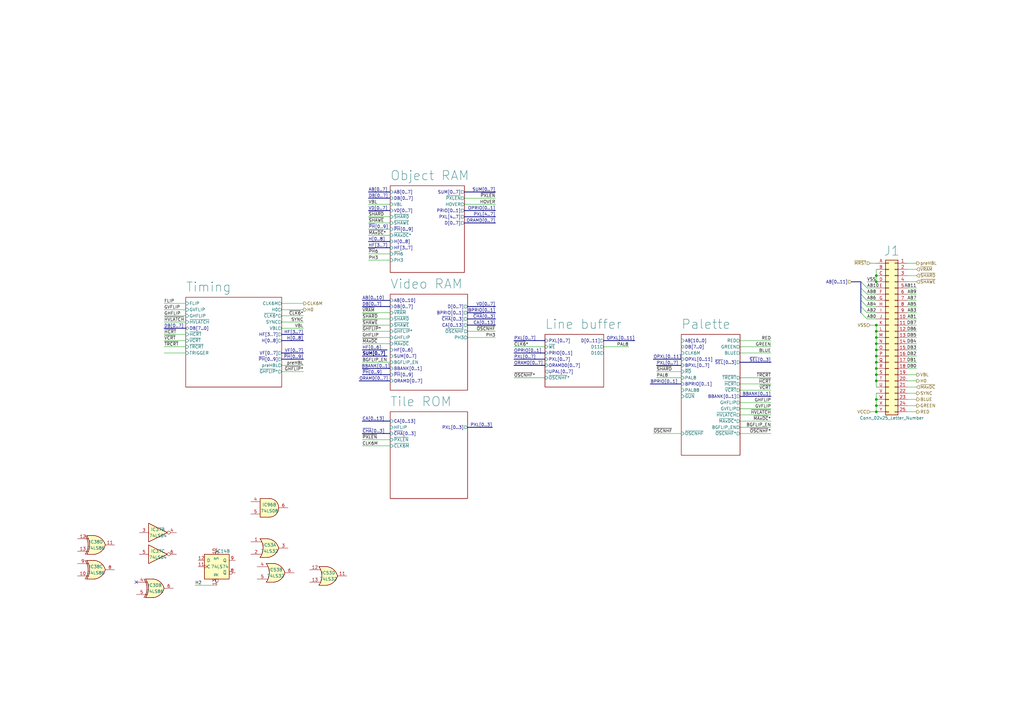
<source format=kicad_sch>
(kicad_sch (version 20231120) (generator "eeschema") (generator_version "8.0")
  (paper "A3")
  (title_block (title "The Fairyland Story") (date "2024-11-16") (company "JOTEGO") (comment 1 "www.patreon.com/jotego") (comment 2 "José Tejada"))
  (lib_symbols
    (symbol "arcade:Conn_02x25_Letter_Number" (pin_names (offset 1.016) hide)
      (property "Reference" "J" (at 1.27 33.02 0))
      (property "Value" "Conn_02x25_Letter_Number" (at 1.27 -33.02 0))
      (symbol "Conn_02x25_Letter_Number_1_1"
        (pin passive line (at -5.08 30.48 0) (length 3.81) (name "Pin_1") (number "1"))
        (pin passive line (at -5.08 7.62 0) (length 3.81) (name "Pin_10") (number "10"))
        (pin passive line (at -5.08 5.08 0) (length 3.81) (name "Pin_11") (number "11"))
        (pin passive line (at -5.08 2.54 0) (length 3.81) (name "Pin_12") (number "12"))
        (pin passive line (at -5.08 0 0) (length 3.81) (name "Pin_13") (number "13"))
        (pin passive line (at -5.08 -2.54 0) (length 3.81) (name "Pin_14") (number "14"))
        (pin passive line (at -5.08 -5.08 0) (length 3.81) (name "Pin_15") (number "15"))
        (pin passive line (at -5.08 -7.62 0) (length 3.81) (name "Pin_16") (number "16"))
        (pin passive line (at -5.08 -10.16 0) (length 3.81) (name "Pin_17") (number "17"))
        (pin passive line (at -5.08 -12.7 0) (length 3.81) (name "Pin_18") (number "18"))
        (pin passive line (at -5.08 -15.24 0) (length 3.81) (name "Pin_19") (number "19"))
        (pin passive line (at -5.08 27.94 0) (length 3.81) (name "Pin_2") (number "2"))
        (pin passive line (at -5.08 -17.78 0) (length 3.81) (name "Pin_20") (number "20"))
        (pin passive line (at -5.08 -20.32 0) (length 3.81) (name "Pin_21") (number "21"))
        (pin passive line (at -5.08 -22.86 0) (length 3.81) (name "Pin_22") (number "22"))
        (pin passive line (at -5.08 -25.4 0) (length 3.81) (name "Pin_23") (number "23"))
        (pin passive line (at -5.08 -27.94 0) (length 3.81) (name "Pin_24") (number "24"))
        (pin passive line (at -5.08 -30.48 0) (length 3.81) (name "Pin_25") (number "25"))
        (pin passive line (at -5.08 25.4 0) (length 3.81) (name "Pin_3") (number "3"))
        (pin passive line (at -5.08 22.86 0) (length 3.81) (name "Pin_4") (number "4"))
        (pin passive line (at -5.08 20.32 0) (length 3.81) (name "Pin_5") (number "5"))
        (pin passive line (at -5.08 17.78 0) (length 3.81) (name "Pin_6") (number "6"))
        (pin passive line (at -5.08 15.24 0) (length 3.81) (name "Pin_7") (number "7"))
        (pin passive line (at -5.08 12.7 0) (length 3.81) (name "Pin_8") (number "8"))
        (pin passive line (at -5.08 10.16 0) (length 3.81) (name "Pin_9") (number "9"))
        (pin passive line (at 7.62 30.48 180) (length 3.81) (name "Pin_50") (number "A"))
        (pin passive line (at 7.62 27.94 180) (length 3.81) (name "Pin_49") (number "B"))
        (pin passive line (at 7.62 25.4 180) (length 3.81) (name "Pin_48") (number "C"))
        (pin passive line (at 7.62 22.86 180) (length 3.81) (name "Pin_47") (number "D"))
        (pin passive line (at 7.62 20.32 180) (length 3.81) (name "Pin_46") (number "E"))
        (pin passive line (at 7.62 17.78 180) (length 3.81) (name "Pin_45") (number "F"))
        (pin passive line (at 7.62 15.24 180) (length 3.81) (name "Pin_44") (number "G"))
        (pin passive line (at 7.62 12.7 180) (length 3.81) (name "Pin_43") (number "H"))
        (pin passive line (at 7.62 10.16 180) (length 3.81) (name "Pin_42") (number "I"))
        (pin passive line (at 7.62 7.62 180) (length 3.81) (name "Pin_41") (number "J"))
        (pin passive line (at 7.62 5.08 180) (length 3.81) (name "Pin_40") (number "K"))
        (pin passive line (at 7.62 2.54 180) (length 3.81) (name "Pin_39") (number "L"))
        (pin passive line (at 7.62 0 180) (length 3.81) (name "Pin_M") (number "M"))
        (pin passive line (at 7.62 -2.54 180) (length 3.81) (name "Pin_N") (number "N"))
        (pin passive line (at 7.62 -5.08 180) (length 3.81) (name "Pin_O") (number "O"))
        (pin passive line (at 7.62 -7.62 180) (length 3.81) (name "Pin_P") (number "P"))
        (pin passive line (at 7.62 -10.16 180) (length 3.81) (name "Pin_Q") (number "Q"))
        (pin passive line (at 7.62 -12.7 180) (length 3.81) (name "Pin_R") (number "R"))
        (pin passive line (at 7.62 -15.24 180) (length 3.81) (name "Pin_S") (number "S"))
        (pin passive line (at 7.62 -17.78 180) (length 3.81) (name "Pin_T") (number "T"))
        (pin passive line (at 7.62 -20.32 180) (length 3.81) (name "Pin_U") (number "U"))
        (pin passive line (at 7.62 -22.86 180) (length 3.81) (name "Pin_V") (number "V"))
        (pin passive line (at 7.62 -25.4 180) (length 3.81) (name "Pin_W") (number "W"))
        (pin passive line (at 7.62 -27.94 180) (length 3.81) (name "Pin_X") (number "X"))
        (pin passive line (at 7.62 -30.48 180) (length 3.81) (name "Pin_Y") (number "Y"))
      )
    )
    (symbol "jt74:74LS04" (pin_names (offset 1.016))
      (property "Reference" "U" (at -0.635 0 0))
      (property "Value" "74LS04" (at 0 -5.08 0))
      (symbol "74LS04_1_0"
        (pin input line (at -7.62 0 0) (length 3.81) (name "~") (number "1"))
        (pin output inverted (at 7.62 0 180) (length 3.81) (name "~") (number "2"))
      )
      (symbol "74LS04_2_0"
        (pin input line (at -7.62 0 0) (length 3.81) (name "~") (number "3"))
        (pin output inverted (at 7.62 0 180) (length 3.81) (name "~") (number "4"))
      )
      (symbol "74LS04_3_0"
        (pin input line (at -7.62 0 0) (length 3.81) (name "~") (number "5"))
        (pin output inverted (at 7.62 0 180) (length 3.81) (name "~") (number "6"))
      )
      (symbol "74LS04_4_0"
        (pin output inverted (at 7.62 0 180) (length 3.81) (name "~") (number "8"))
        (pin input line (at -7.62 0 0) (length 3.81) (name "~") (number "9"))
      )
      (symbol "74LS04_5_0"
        (pin output inverted (at 7.62 0 180) (length 3.81) (name "~") (number "10"))
        (pin input line (at -7.62 0 0) (length 3.81) (name "~") (number "11"))
      )
      (symbol "74LS04_6_0"
        (pin output inverted (at 7.62 0 180) (length 3.81) (name "~") (number "12"))
        (pin input line (at -7.62 0 0) (length 3.81) (name "~") (number "13"))
      )
      (symbol "74LS04_7_0"
        (pin power_in line (at 0 7.62 270) (length 5.08) hide (name "VCC") (number "14"))
        (pin power_in line (at 0 -7.62 90) (length 5.08) hide (name "VSS") (number "7"))
      )
      (symbol "74LS04_7_1"
        (text "+" (at 0 6.35 0) (effects (font (size 1.27 1.27))))
      )
    )
    (symbol "jt74:74LS08" (pin_names (offset 1.016))
      (property "Reference" "U" (at 0 1.27 0))
      (property "Value" "74LS08" (at 0 -1.27 0))
      (symbol "74LS08_1_1"
        (pin input line (at -7.62 2.54 0) (length 3.81) (name "~") (number "1"))
        (pin input line (at -7.62 -2.54 0) (length 3.81) (name "~") (number "2"))
        (pin output line (at 7.62 0 180) (length 3.81) (name "~") (number "3"))
      )
      (symbol "74LS08_1_2"
        (pin input inverted (at -7.62 2.54 0) (length 4.318) (name "~") (number "1"))
        (pin input inverted (at -7.62 -2.54 0) (length 4.318) (name "~") (number "2"))
        (pin output inverted (at 7.62 0 180) (length 3.81) (name "~") (number "3"))
      )
      (symbol "74LS08_2_1"
        (pin input line (at -7.62 2.54 0) (length 3.81) (name "~") (number "4"))
        (pin input line (at -7.62 -2.54 0) (length 3.81) (name "~") (number "5"))
        (pin output line (at 7.62 0 180) (length 3.81) (name "~") (number "6"))
      )
      (symbol "74LS08_2_2"
        (pin input inverted (at -7.62 2.54 0) (length 4.318) (name "~") (number "4"))
        (pin input inverted (at -7.62 -2.54 0) (length 4.318) (name "~") (number "5"))
        (pin output inverted (at 7.62 0 180) (length 3.81) (name "~") (number "6"))
      )
      (symbol "74LS08_3_1"
        (pin input line (at -7.62 -2.54 0) (length 3.81) (name "~") (number "10"))
        (pin output line (at 7.62 0 180) (length 3.81) (name "~") (number "8"))
        (pin input line (at -7.62 2.54 0) (length 3.81) (name "~") (number "9"))
      )
      (symbol "74LS08_3_2"
        (pin input inverted (at -7.62 -2.54 0) (length 4.318) (name "~") (number "10"))
        (pin output inverted (at 7.62 0 180) (length 3.81) (name "~") (number "8"))
        (pin input inverted (at -7.62 2.54 0) (length 4.318) (name "~") (number "9"))
      )
      (symbol "74LS08_4_1"
        (pin output line (at 7.62 0 180) (length 3.81) (name "~") (number "11"))
        (pin input line (at -7.62 2.54 0) (length 3.81) (name "~") (number "12"))
        (pin input line (at -7.62 -2.54 0) (length 3.81) (name "~") (number "13"))
      )
      (symbol "74LS08_4_2"
        (pin output inverted (at 7.62 0 180) (length 3.81) (name "~") (number "11"))
        (pin input inverted (at -7.62 2.54 0) (length 4.318) (name "~") (number "12"))
        (pin input inverted (at -7.62 -2.54 0) (length 4.318) (name "~") (number "13"))
      )
      (symbol "74LS08_5_0"
        (pin power_in line (at 0 7.62 270) (length 5.08) hide (name "VCC") (number "14"))
        (pin power_in line (at 0 -7.62 90) (length 5.08) hide (name "VSS") (number "7"))
      )
      (symbol "74LS08_5_1"
        (text "+" (at 0 6.35 0) (effects (font (size 1.27 1.27))))
      )
    )
    (symbol "jt74:74LS32" (pin_names (offset 1.016))
      (property "Reference" "U" (at 0 1.27 0))
      (property "Value" "74LS32" (at 0 -1.27 0))
      (symbol "74LS32_1_1"
        (pin input line (at -7.62 2.54 0) (length 4.318) (name "~") (number "1"))
        (pin input line (at -7.62 -2.54 0) (length 4.318) (name "~") (number "2"))
        (pin output line (at 7.62 0 180) (length 3.81) (name "~") (number "3"))
      )
      (symbol "74LS32_1_2"
        (pin input inverted (at -7.62 2.54 0) (length 3.81) (name "~") (number "1"))
        (pin input inverted (at -7.62 -2.54 0) (length 3.81) (name "~") (number "2"))
        (pin output inverted (at 7.62 0 180) (length 3.81) (name "~") (number "3"))
      )
      (symbol "74LS32_2_1"
        (pin input line (at -7.62 2.54 0) (length 4.318) (name "~") (number "4"))
        (pin input line (at -7.62 -2.54 0) (length 4.318) (name "~") (number "5"))
        (pin output line (at 7.62 0 180) (length 3.81) (name "~") (number "6"))
      )
      (symbol "74LS32_2_2"
        (pin input inverted (at -7.62 2.54 0) (length 3.81) (name "~") (number "4"))
        (pin input inverted (at -7.62 -2.54 0) (length 3.81) (name "~") (number "5"))
        (pin output inverted (at 7.62 0 180) (length 3.81) (name "~") (number "6"))
      )
      (symbol "74LS32_3_1"
        (pin input line (at -7.62 -2.54 0) (length 4.318) (name "~") (number "10"))
        (pin output line (at 7.62 0 180) (length 3.81) (name "~") (number "8"))
        (pin input line (at -7.62 2.54 0) (length 4.318) (name "~") (number "9"))
      )
      (symbol "74LS32_3_2"
        (pin input inverted (at -7.62 -2.54 0) (length 3.81) (name "~") (number "10"))
        (pin output inverted (at 7.62 0 180) (length 3.81) (name "~") (number "8"))
        (pin input inverted (at -7.62 2.54 0) (length 3.81) (name "~") (number "9"))
      )
      (symbol "74LS32_4_1"
        (pin output line (at 7.62 0 180) (length 3.81) (name "~") (number "11"))
        (pin input line (at -7.62 2.54 0) (length 4.318) (name "~") (number "12"))
        (pin input line (at -7.62 -2.54 0) (length 4.318) (name "~") (number "13"))
      )
      (symbol "74LS32_4_2"
        (pin output inverted (at 7.62 0 180) (length 3.81) (name "~") (number "11"))
        (pin input inverted (at -7.62 2.54 0) (length 3.81) (name "~") (number "12"))
        (pin input inverted (at -7.62 -2.54 0) (length 3.81) (name "~") (number "13"))
      )
      (symbol "74LS32_5_0"
        (pin power_in line (at 0 7.62 270) (length 5.08) hide (name "VCC") (number "14"))
        (pin power_in line (at 0 -7.62 90) (length 5.08) hide (name "VSS") (number "7"))
      )
      (symbol "74LS32_5_1"
        (text "+" (at 0 6.35 0) (effects (font (size 1.27 1.27))))
      )
    )
    (symbol "jt74:74LS74" (pin_names (offset 1.016))
      (property "Reference" "U" (at 0 1.27 0))
      (property "Value" "74LS74" (at 0 -1.27 0))
      (symbol "74LS74_0_1"
        (text "+" (at 0 6.35 0) (effects (font (size 1.27 1.27))))
      )
      (symbol "74LS74_1_0"
        (pin input inverted (at 0 -7.62 90) (length 2.54) (name "~{R}") (number "1"))
        (pin input line (at -7.62 2.54 0) (length 2.54) (name "D") (number "2"))
        (pin input clock (at -7.62 0 0) (length 2.54) (name "C") (number "3"))
        (pin input inverted (at 0 7.62 270) (length 2.54) (name "~{S}") (number "4"))
        (pin output line (at 7.62 2.54 180) (length 2.54) (name "Q") (number "5"))
        (pin output line (at 7.62 -2.54 180) (length 2.54) (name "~{Q}") (number "6"))
      )
      (symbol "74LS74_2_0"
        (pin input clock (at -7.62 0 0) (length 2.54) (name "C") (number "11"))
        (pin input line (at -7.62 2.54 0) (length 2.54) (name "D") (number "12"))
        (pin input inverted (at 0 -7.62 90) (length 2.54) (name "~{R}") (number "13"))
        (pin output inverted (at 7.62 -2.54 180) (length 2.54) (name "~{Q}") (number "8"))
        (pin output line (at 7.62 2.54 180) (length 2.54) (name "Q") (number "9"))
      )
      (symbol "74LS74_2_1"
        (pin input inverted (at 0 7.62 270) (length 2.54) (name "~{S}") (number "10"))
      )
      (symbol "74LS74_3_0"
        (pin power_in line (at 0 7.62 270) (length 2.54) hide (name "VCC") (number "14"))
        (pin power_in line (at 0 -7.62 90) (length 2.54) hide (name "GND") (number "7"))
      )
    )
    (symbol "jt74:74LS86" (pin_names (offset 1.016))
      (property "Reference" "U" (at 0 1.27 0))
      (property "Value" "74LS86" (at 0 -1.27 0))
      (symbol "74LS86_1_0"
        (pin input line (at -7.62 2.54 0) (length 4.445) (name "~") (number "1"))
        (pin input line (at -7.62 -2.54 0) (length 4.445) (name "~") (number "2"))
        (pin output line (at 7.62 0 180) (length 3.81) (name "~") (number "3"))
      )
      (symbol "74LS86_2_0"
        (pin input line (at -7.62 2.54 0) (length 4.445) (name "~") (number "4"))
        (pin input line (at -7.62 -2.54 0) (length 4.445) (name "~") (number "5"))
        (pin output line (at 7.62 0 180) (length 3.81) (name "~") (number "6"))
      )
      (symbol "74LS86_3_0"
        (pin input line (at -7.62 -2.54 0) (length 4.445) (name "~") (number "10"))
        (pin output line (at 7.62 0 180) (length 3.81) (name "~") (number "8"))
        (pin input line (at -7.62 2.54 0) (length 4.445) (name "~") (number "9"))
      )
      (symbol "74LS86_4_0"
        (pin output line (at 7.62 0 180) (length 3.81) (name "~") (number "11"))
        (pin input line (at -7.62 2.54 0) (length 4.445) (name "~") (number "12"))
        (pin input line (at -7.62 -2.54 0) (length 4.445) (name "~") (number "13"))
      )
      (symbol "74LS86_5_0"
        (pin power_in line (at 0 7.62 270) (length 5.08) hide (name "VCC") (number "14"))
        (pin power_in line (at 0 -7.62 90) (length 5.08) hide (name "VSS") (number "7"))
      )
      (symbol "74LS86_5_1"
        (text "+" (at 0 6.35 0) (effects (font (size 1.27 1.27))))
      )
    )
  )
  (junction (at 359.41 115.57))
  (junction (at 359.41 153.67))
  (junction (at 359.41 166.37))
  (junction (at 359.41 143.51))
  (junction (at 359.41 163.83))
  (junction (at 359.41 133.35))
  (junction (at 359.41 138.43))
  (junction (at 359.41 156.21))
  (junction (at 359.41 148.59))
  (junction (at 359.41 151.13))
  (junction (at 359.41 135.89))
  (junction (at 359.41 113.03))
  (junction (at 359.41 146.05))
  (junction (at 359.41 140.97))
  (junction (at 359.41 168.91))
  (no_connect (at 55.88 238.76))
  (bus_entry (at 353.06 123.19) (size 2.54 2.54))
  (bus_entry (at 353.06 118.11) (size 2.54 2.54))
  (bus_entry (at 353.06 120.65) (size 2.54 2.54))
  (bus_entry (at 353.06 128.27) (size 2.54 2.54))
  (bus_entry (at 353.06 115.57) (size 2.54 2.54))
  (bus_entry (at 353.06 125.73) (size 2.54 2.54))
  (bus (pts (xy 148.59 172.72) (xy 160.02 172.72)))
  (wire (pts (xy 372.11 118.11) (xy 375.92 118.11)))
  (wire (pts (xy 148.59 140.97) (xy 160.02 140.97)))
  (bus (pts (xy 353.06 118.11) (xy 353.06 115.57)))
  (bus (pts (xy 349.25 115.57) (xy 353.06 115.57)))
  (bus (pts (xy 279.4 147.32) (xy 267.97 147.32)))
  (wire (pts (xy 223.52 154.94) (xy 210.82 154.94)))
  (bus (pts (xy 303.53 162.56) (xy 316.23 162.56)))
  (wire (pts (xy 148.59 138.43) (xy 160.02 138.43)))
  (wire (pts (xy 279.4 177.8) (xy 267.97 177.8)))
  (bus (pts (xy 210.82 149.86) (xy 223.52 149.86)))
  (wire (pts (xy 148.59 133.35) (xy 160.02 133.35)))
  (bus (pts (xy 148.59 143.51) (xy 158.75 143.51)))
  (wire (pts (xy 160.02 83.82) (xy 151.13 83.82)))
  (bus (pts (xy 353.06 128.27) (xy 353.06 125.73)))
  (wire (pts (xy 148.59 135.89) (xy 160.02 135.89)))
  (wire (pts (xy 269.24 154.94) (xy 279.4 154.94)))
  (wire (pts (xy 359.41 151.13) (xy 359.41 148.59)))
  (bus (pts (xy 190.5 88.9) (xy 203.2 88.9)))
  (wire (pts (xy 355.6 120.65) (xy 359.41 120.65)))
  (wire (pts (xy 191.77 138.43) (xy 203.2 138.43)))
  (wire (pts (xy 372.11 168.91) (xy 375.92 168.91)))
  (wire (pts (xy 359.41 143.51) (xy 359.41 140.97)))
  (wire (pts (xy 151.13 88.9) (xy 160.02 88.9)))
  (wire (pts (xy 151.13 104.14) (xy 160.02 104.14)))
  (bus (pts (xy 67.31 134.62) (xy 76.2 134.62)))
  (wire (pts (xy 372.11 128.27) (xy 375.92 128.27)))
  (wire (pts (xy 372.11 135.89) (xy 375.92 135.89)))
  (wire (pts (xy 372.11 163.83) (xy 375.92 163.83)))
  (wire (pts (xy 67.31 142.24) (xy 76.2 142.24)))
  (wire (pts (xy 76.2 124.46) (xy 67.31 124.46)))
  (wire (pts (xy 115.57 149.86) (xy 124.46 149.86)))
  (wire (pts (xy 115.57 132.08) (xy 124.46 132.08)))
  (wire (pts (xy 372.11 123.19) (xy 375.92 123.19)))
  (wire (pts (xy 359.41 113.03) (xy 359.41 115.57)))
  (bus (pts (xy 269.24 149.86) (xy 279.4 149.86)))
  (bus (pts (xy 191.77 133.35) (xy 203.2 133.35)))
  (bus (pts (xy 115.57 144.78) (xy 124.46 144.78)))
  (bus (pts (xy 353.06 120.65) (xy 353.06 118.11)))
  (bus (pts (xy 148.59 151.13) (xy 160.02 151.13)))
  (wire (pts (xy 372.11 151.13) (xy 375.92 151.13)))
  (wire (pts (xy 115.57 129.54) (xy 124.46 129.54)))
  (wire (pts (xy 372.11 133.35) (xy 375.92 133.35)))
  (wire (pts (xy 247.65 142.24) (xy 257.81 142.24)))
  (wire (pts (xy 190.5 83.82) (xy 203.2 83.82)))
  (bus (pts (xy 151.13 99.06) (xy 160.02 99.06)))
  (wire (pts (xy 303.53 172.72) (xy 316.23 172.72)))
  (wire (pts (xy 67.31 139.7) (xy 76.2 139.7)))
  (wire (pts (xy 303.53 160.02) (xy 316.23 160.02)))
  (wire (pts (xy 359.41 138.43) (xy 359.41 135.89)))
  (wire (pts (xy 151.13 91.44) (xy 160.02 91.44)))
  (wire (pts (xy 355.6 128.27) (xy 359.41 128.27)))
  (wire (pts (xy 372.11 107.95) (xy 375.92 107.95)))
  (bus (pts (xy 147.32 156.21) (xy 160.02 156.21)))
  (wire (pts (xy 115.57 127) (xy 124.46 127)))
  (wire (pts (xy 115.57 124.46) (xy 124.46 124.46)))
  (bus (pts (xy 115.57 137.16) (xy 124.46 137.16)))
  (wire (pts (xy 359.41 146.05) (xy 359.41 143.51)))
  (wire (pts (xy 372.11 110.49) (xy 375.92 110.49)))
  (wire (pts (xy 303.53 165.1) (xy 316.23 165.1)))
  (wire (pts (xy 303.53 157.48) (xy 316.23 157.48)))
  (wire (pts (xy 303.53 170.18) (xy 316.23 170.18)))
  (wire (pts (xy 80.01 240.03) (xy 88.9 240.03)))
  (bus (pts (xy 115.57 139.7) (xy 124.46 139.7)))
  (wire (pts (xy 372.11 140.97) (xy 375.92 140.97)))
  (wire (pts (xy 372.11 138.43) (xy 375.92 138.43)))
  (bus (pts (xy 151.13 78.74) (xy 160.02 78.74)))
  (bus (pts (xy 151.13 81.28) (xy 160.02 81.28)))
  (wire (pts (xy 67.31 127) (xy 76.2 127)))
  (wire (pts (xy 303.53 177.8) (xy 316.23 177.8)))
  (wire (pts (xy 355.6 130.81) (xy 359.41 130.81)))
  (wire (pts (xy 359.41 140.97) (xy 359.41 138.43)))
  (wire (pts (xy 356.87 107.95) (xy 359.41 107.95)))
  (wire (pts (xy 372.11 130.81) (xy 375.92 130.81)))
  (wire (pts (xy 372.11 113.03) (xy 375.92 113.03)))
  (wire (pts (xy 372.11 148.59) (xy 375.92 148.59)))
  (bus (pts (xy 247.65 139.7) (xy 260.35 139.7)))
  (wire (pts (xy 67.31 129.54) (xy 76.2 129.54)))
  (bus (pts (xy 353.06 125.73) (xy 353.06 123.19)))
  (wire (pts (xy 372.11 120.65) (xy 375.92 120.65)))
  (wire (pts (xy 359.41 161.29) (xy 359.41 163.83)))
  (wire (pts (xy 355.6 118.11) (xy 359.41 118.11)))
  (wire (pts (xy 372.11 158.75) (xy 375.92 158.75)))
  (bus (pts (xy 151.13 86.36) (xy 160.02 86.36)))
  (wire (pts (xy 148.59 180.34) (xy 160.02 180.34)))
  (wire (pts (xy 303.53 175.26) (xy 316.23 175.26)))
  (wire (pts (xy 372.11 115.57) (xy 375.92 115.57)))
  (bus (pts (xy 148.59 146.05) (xy 158.75 146.05)))
  (wire (pts (xy 151.13 93.98) (xy 160.02 93.98)))
  (wire (pts (xy 372.11 166.37) (xy 375.92 166.37)))
  (bus (pts (xy 303.53 148.59) (xy 316.23 148.59)))
  (wire (pts (xy 67.31 137.16) (xy 76.2 137.16)))
  (bus (pts (xy 151.13 101.6) (xy 160.02 101.6)))
  (bus (pts (xy 266.7 157.48) (xy 279.4 157.48)))
  (bus (pts (xy 190.5 78.74) (xy 203.2 78.74)))
  (bus (pts (xy 210.82 139.7) (xy 223.52 139.7)))
  (wire (pts (xy 359.41 153.67) (xy 359.41 151.13)))
  (wire (pts (xy 151.13 106.68) (xy 160.02 106.68)))
  (bus (pts (xy 203.2 86.36) (xy 190.5 86.36)))
  (wire (pts (xy 359.41 166.37) (xy 359.41 168.91)))
  (wire (pts (xy 269.24 152.4) (xy 279.4 152.4)))
  (wire (pts (xy 359.41 110.49) (xy 359.41 113.03)))
  (wire (pts (xy 148.59 182.88) (xy 160.02 182.88)))
  (wire (pts (xy 303.53 142.24) (xy 316.23 142.24)))
  (wire (pts (xy 356.87 168.91) (xy 359.41 168.91)))
  (wire (pts (xy 115.57 134.62) (xy 124.46 134.62)))
  (bus (pts (xy 191.77 128.27) (xy 203.2 128.27)))
  (bus (pts (xy 148.59 153.67) (xy 160.02 153.67)))
  (wire (pts (xy 303.53 144.78) (xy 316.23 144.78)))
  (wire (pts (xy 303.53 167.64) (xy 316.23 167.64)))
  (wire (pts (xy 372.11 153.67) (xy 375.92 153.67)))
  (wire (pts (xy 355.6 115.57) (xy 359.41 115.57)))
  (bus (pts (xy 148.59 177.8) (xy 160.02 177.8)))
  (bus (pts (xy 353.06 123.19) (xy 353.06 120.65)))
  (wire (pts (xy 190.5 81.28) (xy 203.2 81.28)))
  (wire (pts (xy 372.11 161.29) (xy 375.92 161.29)))
  (bus (pts (xy 148.59 123.19) (xy 160.02 123.19)))
  (wire (pts (xy 356.87 133.35) (xy 359.41 133.35)))
  (wire (pts (xy 67.31 132.08) (xy 76.2 132.08)))
  (wire (pts (xy 359.41 156.21) (xy 359.41 153.67)))
  (wire (pts (xy 372.11 156.21) (xy 375.92 156.21)))
  (bus (pts (xy 190.5 91.44) (xy 203.2 91.44)))
  (bus (pts (xy 115.57 147.32) (xy 124.46 147.32)))
  (wire (pts (xy 355.6 125.73) (xy 359.41 125.73)))
  (wire (pts (xy 210.82 142.24) (xy 223.52 142.24)))
  (wire (pts (xy 355.6 123.19) (xy 359.41 123.19)))
  (bus (pts (xy 210.82 144.78) (xy 223.52 144.78)))
  (wire (pts (xy 151.13 96.52) (xy 160.02 96.52)))
  (wire (pts (xy 359.41 158.75) (xy 359.41 156.21)))
  (bus (pts (xy 191.77 130.81) (xy 203.2 130.81)))
  (wire (pts (xy 359.41 148.59) (xy 359.41 146.05)))
  (wire (pts (xy 148.59 128.27) (xy 160.02 128.27)))
  (wire (pts (xy 372.11 143.51) (xy 375.92 143.51)))
  (wire (pts (xy 115.57 152.4) (xy 124.46 152.4)))
  (wire (pts (xy 359.41 135.89) (xy 359.41 133.35)))
  (bus (pts (xy 191.77 175.26) (xy 201.93 175.26)))
  (wire (pts (xy 191.77 135.89) (xy 203.2 135.89)))
  (wire (pts (xy 359.41 163.83) (xy 359.41 166.37)))
  (wire (pts (xy 76.2 144.78) (xy 67.31 144.78)))
  (wire (pts (xy 148.59 148.59) (xy 160.02 148.59)))
  (bus (pts (xy 148.59 125.73) (xy 160.02 125.73)))
  (wire (pts (xy 372.11 146.05) (xy 375.92 146.05)))
  (bus (pts (xy 191.77 125.73) (xy 203.2 125.73)))
  (wire (pts (xy 375.92 125.73) (xy 372.11 125.73)))
  (wire (pts (xy 148.59 130.81) (xy 160.02 130.81)))
  (wire (pts (xy 303.53 154.94) (xy 316.23 154.94)))
  (wire (pts (xy 303.53 139.7) (xy 316.23 139.7)))
  (bus (pts (xy 210.82 147.32) (xy 223.52 147.32)))
  (label "PAL8" (at 269.24 154.94 0))
  (label "AB7" (at 375.92 123.19 180))
  (label "~{MAxDC}*" (at 316.23 172.72 180))
  (label "~{VCRT}" (at 316.23 160.02 180))
  (label "~{PXLEN}" (at 148.59 180.34 0) (effects (font (thickness 0.1588))))
  (label "~{MAxDC}" (at 148.59 140.97 0))
  (label "DB6" (at 375.92 135.89 180))
  (label "~{CLK6}*" (at 124.46 129.54 180))
  (label "~{PXLEN}" (at 203.2 81.28 180) (effects (font (thickness 0.1588))))
  (label "DB5" (at 375.92 138.43 180))
  (label "PXL[0..7]" (at 269.24 149.86 0))
  (label "AB1" (at 375.92 130.81 180))
  (label "~{SHARD}" (at 151.13 88.9 0))
  (label "OPXL[0..11]" (at 267.97 147.32 0))
  (label "DB1" (at 375.92 148.59 180))
  (label "~{PH}[0..9]" (at 124.46 147.32 180))
  (label "HF[3..7]" (at 124.46 137.16 180))
  (label "~{MAxDC}*" (at 151.13 96.52 0))
  (label "ORAMD[0..7]" (at 210.82 149.86 0))
  (label "PAL8" (at 257.81 142.24 180))
  (label "~{PH}[0..9]" (at 151.13 93.98 0))
  (label "SUM[0..7]" (at 203.2 78.74 180) (effects (font (thickness 0.1588))))
  (label "H2" (at 80.01 240.03 0))
  (label "AB8" (at 355.6 120.65 0))
  (label "~{CLK6}*" (at 210.82 142.24 0))
  (label "GHFLIP" (at 67.31 129.54 0))
  (label "DB[0..7]" (at 148.59 125.73 0))
  (label "SUM[0..7]" (at 148.59 146.05 0) (effects (font (thickness 0.254) (bold yes))))
  (label "AB9" (at 375.92 120.65 180))
  (label "~{OSCNHF}*" (at 316.23 177.8 180))
  (label "HF[0..6]" (at 148.59 143.51 0))
  (label "~{SHAWE}" (at 148.59 133.35 0))
  (label "DB0" (at 375.92 151.13 180))
  (label "VBL" (at 151.13 83.82 0))
  (label "GHFLIP" (at 316.23 165.1 180))
  (label "BBANK[0..1]" (at 316.23 162.56 180))
  (label "VSS" (at 355.6 115.57 0))
  (label "GREEN" (at 316.23 142.24 180))
  (label "PXL[4..7]" (at 203.2 88.9 180))
  (label "~{GHFLIP}*" (at 148.59 135.89 0))
  (label "preHBL" (at 124.46 149.86 180))
  (label "~{CHA}[0..3]" (at 203.2 130.81 180))
  (label "VF[0..7]" (at 124.46 144.78 180))
  (label "BPRIO[0..1]" (at 203.2 128.27 180))
  (label "~{HVLATCH}" (at 316.23 170.18 180))
  (label "HF[3..7]" (at 151.13 101.6 0))
  (label "AB5" (at 375.92 125.73 180))
  (label "~{HVLATCH}" (at 67.31 132.08 0))
  (label "~{OSCNHF}" (at 203.2 135.89 180))
  (label "~{SHARD}" (at 148.59 130.81 0))
  (label "DB3" (at 375.92 143.51 180))
  (label "PXL[0..3]" (at 201.93 175.26 180))
  (label "AB[0..10]" (at 148.59 123.19 0))
  (label "AB3" (at 375.92 128.27 180))
  (label "DB4" (at 375.92 140.97 180))
  (label "OPXL[0..11]" (at 260.35 139.7 180))
  (label "OPRIO[0..1]" (at 203.2 86.36 180))
  (label "PH3" (at 151.13 106.68 0))
  (label "~{TRCRT}" (at 67.31 142.24 0))
  (label "RED" (at 316.23 139.7 180))
  (label "~{VRAM}" (at 148.59 128.27 0))
  (label "AB4" (at 355.6 125.73 0))
  (label "~{SHAWE}" (at 151.13 91.44 0))
  (label "OPRIO[0..1]" (at 210.82 144.78 0))
  (label "AB11" (at 375.92 118.11 180))
  (label "AB[0..7]" (at 151.13 78.74 0))
  (label "~{PH}[0..9]" (at 148.59 153.67 0))
  (label "BGFLIP_EN" (at 316.23 175.26 180))
  (label "PXL[0..7]" (at 210.82 139.7 0))
  (label "~{GHFLIP}*" (at 124.46 152.4 180))
  (label "BGFLIP_EN" (at 148.59 148.59 0))
  (label "GHFLIP" (at 148.59 138.43 0))
  (label "~{SEL}[0..3]" (at 316.23 148.59 180))
  (label "H[0..8]" (at 151.13 99.06 0))
  (label "CA[0..13]" (at 148.59 172.72 0))
  (label "ORAMD[0..7]" (at 203.2 91.44 180))
  (label "PH3" (at 203.2 138.43 180))
  (label "VD[0..7]" (at 203.2 125.73 180))
  (label "CA[0..13]" (at 203.2 133.35 180))
  (label "~{CHA}[0..3]" (at 148.59 177.8 0))
  (label "GVFLIP" (at 67.31 127 0))
  (label "~{VCRT}" (at 67.31 139.7 0))
  (label "BBANK[0..1]" (at 160.02 151.13 180))
  (label "~{HCRT}" (at 316.23 157.48 180))
  (label "VBL" (at 124.46 134.62 180))
  (label "FLIP" (at 67.31 124.46 0))
  (label "~{TRCRT}" (at 316.23 154.94 180))
  (label "VD[0..7]" (at 151.13 86.36 0))
  (label "CLK6M" (at 148.59 182.88 0))
  (label "DB7" (at 375.92 133.35 180))
  (label "~{HCRT}" (at 67.31 137.16 0))
  (label "~{OSCNHF}*" (at 210.82 154.94 0))
  (label "~{OSCNHF}" (at 267.97 177.8 0))
  (label "AB10" (at 355.6 118.11 0))
  (label "BPRIO[0..1]" (at 266.7 157.48 0))
  (label "DB[0..7]" (at 151.13 81.28 0))
  (label "PXL[0..7]" (at 210.82 147.32 0))
  (label "DB2" (at 375.92 146.05 180))
  (label "H[0..8]" (at 124.46 139.7 180))
  (label "AB2" (at 355.6 128.27 0))
  (label "~{SHARD}" (at 269.24 152.4 0))
  (label "~{PH}6" (at 151.13 104.14 0))
  (label "DB[0..7]" (at 67.31 134.62 0))
  (label "HOVER" (at 203.2 83.82 180))
  (label "ORAMD[0..7]" (at 147.32 156.21 0))
  (label "AB0" (at 355.6 130.81 0))
  (label "SYNC" (at 124.46 132.08 180))
  (label "AB6" (at 355.6 123.19 0))
  (label "GVFLIP" (at 316.23 167.64 180))
  (label "BLUE" (at 316.23 144.78 180))
  (hierarchical_label "~{SHARD}" (shape input) (at 375.92 113.03 0))
  (hierarchical_label "preHBL" (shape output) (at 375.92 107.95 0))
  (hierarchical_label "VSS" (shape input) (at 356.87 133.35 180))
  (hierarchical_label "SYNC" (shape output) (at 375.92 161.29 0))
  (hierarchical_label "GREEN" (shape output) (at 375.92 166.37 0))
  (hierarchical_label "CLK6M" (shape output) (at 124.46 124.46 0))
  (hierarchical_label "RED" (shape output) (at 375.92 168.91 0))
  (hierarchical_label "~{SHAWE}" (shape input) (at 375.92 115.57 0))
  (hierarchical_label "~{VRAM}" (shape input) (at 375.92 110.49 0))
  (hierarchical_label "H0" (shape output) (at 375.92 156.21 0))
  (hierarchical_label "AB[0..11]" (shape input) (at 349.25 115.57 180))
  (hierarchical_label "H0" (shape output) (at 124.46 127 0))
  (hierarchical_label "VCC" (shape input) (at 356.87 168.91 180))
  (hierarchical_label "BLUE" (shape output) (at 375.92 163.83 0))
  (hierarchical_label "~{MRST}" (shape input) (at 356.87 107.95 180))
  (hierarchical_label "~{MAxDC}" (shape input) (at 375.92 158.75 0))
  (hierarchical_label "VBL" (shape output) (at 375.92 153.67 0))
  (symbol (lib_id "arcade:Conn_02x25_Letter_Number") (at 367.03 138.43 0) (mirror y) (unit 1)
    (property "Reference" "J1" (at 365.76 102.87 0) (effects (font (size 3.81 3.81))))
    (property "Value" "Conn_02x25_Letter_Number" (at 365.76 171.45 0))
    (property "Description" "Generic connector, double row, 02x25, counter clockwise pin numbering scheme (similar to DIP package numbering), script generated (kicad-library-utils/schlib/autogen/connector/)" (effects (hide yes)))
  )
  (symbol (lib_id "jt74:74LS04") (at 64.77 218.44 0) (unit 2)
    (property "Reference" "IC37" (at 64.77 217.17 0))
    (property "Value" "74LS04" (at 64.77 219.71 0))
    (property "Datasheet" "http://www.ti.com/lit/gpn/sn74LS04" (effects (hide yes)))
    (property "Description" "Hex Inverter" (effects (hide yes)))
  )
  (symbol (lib_id "jt74:74LS04") (at 64.77 227.33 0) (unit 3)
    (property "Reference" "IC37" (at 64.77 226.06 0))
    (property "Value" "74LS04" (at 64.77 228.6 0))
    (property "Datasheet" "http://www.ti.com/lit/gpn/sn74LS04" (effects (hide yes)))
    (property "Description" "Hex Inverter" (effects (hide yes)))
  )
  (symbol (lib_id "jt74:74LS86") (at 63.5 241.3 0) (unit 2)
    (property "Reference" "IC30" (at 63.5 240.03 0))
    (property "Value" "74LS86" (at 63.5 242.57 0))
    (property "Datasheet" "74xx/74ls86.pdf" (effects (hide yes)))
    (property "Description" "Quad 2-input XOR" (effects (hide yes)))
  )
  (symbol (lib_id "jt74:74LS32") (at 134.62 236.22 0) (unit 4)
    (property "Reference" "IC53" (at 134.62 234.95 0))
    (property "Value" "74LS32" (at 134.62 237.49 0))
    (property "Datasheet" "http://www.ti.com/lit/gpn/sn74LS32" (effects (hide yes)))
    (property "Description" "Quad 2-input OR" (effects (hide yes)))
  )
  (symbol (lib_id "jt74:74LS86") (at 39.37 223.52 0) (unit 4)
    (property "Reference" "IC38" (at 39.37 222.25 0))
    (property "Value" "74LS86" (at 39.37 224.79 0))
    (property "Datasheet" "74xx/74ls86.pdf" (effects (hide yes)))
    (property "Description" "Quad 2-input XOR" (effects (hide yes)))
  )
  (symbol (lib_id "jt74:74LS08") (at 110.49 208.28 0) (unit 2)
    (property "Reference" "IC96" (at 110.49 207.01 0))
    (property "Value" "74LS08" (at 110.49 209.55 0))
    (property "Datasheet" "http://www.ti.com/lit/gpn/sn74LS08" (effects (hide yes)))
    (property "Description" "Quad And2" (effects (hide yes)))
  )
  (symbol (lib_id "jt74:74LS32") (at 113.03 234.95 0) (unit 2)
    (property "Reference" "IC53" (at 113.03 233.68 0))
    (property "Value" "74LS32" (at 113.03 236.22 0))
    (property "Datasheet" "http://www.ti.com/lit/gpn/sn74LS32" (effects (hide yes)))
    (property "Description" "Quad 2-input OR" (effects (hide yes)))
  )
  (symbol (lib_id "jt74:74LS74") (at 88.9 232.41 0) (unit 2)
    (property "Reference" "IC14" (at 91.44 226.06 0))
    (property "Value" "74LS74" (at 90.17 232.41 0))
    (property "Datasheet" "74xx/74hc_hct74.pdf" (effects (hide yes)))
    (property "Description" "Dual D Flip-flop, Set & Reset" (effects (hide yes)))
  )
  (symbol (lib_id "jt74:74LS86") (at 39.37 233.68 0) (unit 3)
    (property "Reference" "IC38" (at 39.37 232.41 0))
    (property "Value" "74LS86" (at 39.37 234.95 0))
    (property "Datasheet" "74xx/74ls86.pdf" (effects (hide yes)))
    (property "Description" "Quad 2-input XOR" (effects (hide yes)))
  )
  (symbol (lib_id "jt74:74LS32") (at 110.49 224.79 0) (unit 1)
    (property "Reference" "IC53" (at 110.49 223.52 0))
    (property "Value" "74LS32" (at 110.49 226.06 0))
    (property "Datasheet" "http://www.ti.com/lit/gpn/sn74LS32" (effects (hide yes)))
    (property "Description" "Quad 2-input OR" (effects (hide yes)))
  )
  (sheet (at 160.02 76.2) (size 30.48 35.56) (stroke (width 0.1524))
    (property "Sheetname" "Object RAM" (at 160.02 74.2184 0) (effects (font (size 3.81 3.81)) (justify left bottom)))
    (property "Sheetfile" "obj_ram.kicad_sch" (effects (hide yes)))
    (pin "AB[0..7]" input (at 160.02 78.74 180))
    (pin "DB[0..7]" input (at 160.02 81.28 180))
    (pin "SUM[0..7]" output (at 190.5 78.74 0))
    (pin "~{PXLEN}" output (at 190.5 81.28 0))
    (pin "VBL" input (at 160.02 83.82 180))
    (pin "~{PH}[0..9]" input (at 160.02 93.98 180))
    (pin "HOVER" output (at 190.5 83.82 0))
    (pin "~{PH}6" input (at 160.02 104.14 180))
    (pin "VD[0..7]" input (at 160.02 86.36 180))
    (pin "PRIO[0..1]" output (at 190.5 86.36 0))
    (pin "PXL[4..7]" output (at 190.5 88.9 0))
    (pin "D[0..7]" output (at 190.5 91.44 0))
    (pin "~{MAxDC}*" input (at 160.02 96.52 180))
    (pin "PH3" input (at 160.02 106.68 180))
    (pin "~{SHARD}" input (at 160.02 88.9 180))
    (pin "~{SHAWE}" input (at 160.02 91.44 180))
    (pin "H[0..8]" input (at 160.02 99.06 180))
    (pin "HF[3..7]" input (at 160.02 101.6 180))
  )
  (sheet (at 223.52 137.16) (size 24.13 21.59) (stroke (width 0.1524))
    (property "Sheetname" "Line buffer" (at 223.52 135.1784 0) (effects (font (size 3.81 3.81)) (justify left bottom)))
    (property "Sheetfile" "linebuf.kicad_sch" (effects (hide yes)))
    (pin "PXL[0..7]" input (at 223.52 139.7 180))
    (pin "~{WE}" input (at 223.52 142.24 180))
    (pin "D[0..11]" output (at 247.65 139.7 0))
    (pin "D11" output (at 247.65 142.24 0))
    (pin "D10" output (at 247.65 144.78 0))
    (pin "UPAL[0..7]" output (at 223.52 152.4 180))
    (pin "PRIO[0..1]" input (at 223.52 144.78 180))
    (pin "PXL[0..7]" input (at 223.52 147.32 180))
    (pin "ORAMD0[0..7]" input (at 223.52 149.86 180))
    (pin "~{OSCNHF}*" input (at 223.52 154.94 180))
  )
  (sheet (at 76.2 121.92) (size 39.37 36.83) (stroke (width 0.1524))
    (property "Sheetname" "Timing" (at 76.2 119.9384 0) (effects (font (size 3.81 3.81)) (justify left bottom)))
    (property "Sheetfile" "timing.kicad_sch" (effects (hide yes)))
    (pin "CLK6M" output (at 115.57 124.46 0))
    (pin "FLIP" input (at 76.2 124.46 180))
    (pin "HF[3..7]" output (at 115.57 137.16 0))
    (pin "GVFLIP" input (at 76.2 127 180))
    (pin "VF[0..7]" output (at 115.57 144.78 0))
    (pin "H0" output (at 115.57 127 0))
    (pin "~{CLK6}*" output (at 115.57 129.54 0))
    (pin "VBL" output (at 115.57 134.62 0))
    (pin "DB[7..0]" bidirectional (at 76.2 134.62 180))
    (pin "SYNC" output (at 115.57 132.08 0))
    (pin "H[0..8]" output (at 115.57 139.7 0))
    (pin "~{PH}[0..9]" output (at 115.57 147.32 0))
    (pin "GHFLIP" input (at 76.2 129.54 180))
    (pin "preHBL" output (at 115.57 149.86 0))
    (pin "~{HVLATCH}" input (at 76.2 132.08 180))
    (pin "~{VCRT}" input (at 76.2 139.7 180))
    (pin "~{HCRT}" input (at 76.2 137.16 180))
    (pin "~{TRCRT}" input (at 76.2 142.24 180))
    (pin "TRIGGER" input (at 76.2 144.78 180))
    (pin "~{GHFLIP}*" output (at 115.57 152.4 0))
  )
  (sheet (at 279.4 137.16) (size 24.13 49.53) (stroke (width 0.1524))
    (property "Sheetname" "Palette" (at 279.4 135.1784 0) (effects (font (size 3.81 3.81)) (justify left bottom)))
    (property "Sheetfile" "palette.kicad_sch" (effects (hide yes)))
    (pin "AB[10..0]" input (at 279.4 139.7 180))
    (pin "CLK6M" input (at 279.4 144.78 180))
    (pin "DB[7..0]" bidirectional (at 279.4 142.24 180))
    (pin "~{SEL}[0..3]" output (at 303.53 148.59 0))
    (pin "BLUE" output (at 303.53 144.78 0))
    (pin "GREEN" output (at 303.53 142.24 0))
    (pin "RED" output (at 303.53 139.7 0))
    (pin "~{RD}" input (at 279.4 152.4 180))
    (pin "PAL8" input (at 279.4 154.94 180))
    (pin "PALB8" input (at 279.4 160.02 180))
    (pin "OPXL[0..11]" input (at 279.4 147.32 180))
    (pin "BPXL[0..7]" input (at 279.4 149.86 180))
    (pin "~{GUN}" input (at 279.4 162.56 180))
    (pin "BPRIO[0..1]" input (at 279.4 157.48 180))
    (pin "BBANK[0..1]" output (at 303.53 162.56 0))
    (pin "GHFLIP" output (at 303.53 165.1 0))
    (pin "GVFLIP" output (at 303.53 167.64 0))
    (pin "~{HVLATCH}" output (at 303.53 170.18 0))
    (pin "~{MAxDC}*" output (at 303.53 172.72 0))
    (pin "~{HCRT}" output (at 303.53 157.48 0))
    (pin "~{VCRT}" output (at 303.53 160.02 0))
    (pin "~{TRCRT}" output (at 303.53 154.94 0))
    (pin "BGFLIP_EN" output (at 303.53 175.26 0))
    (pin "~{OSCNHF}*" output (at 303.53 177.8 0))
    (pin "~{OSCNHF}" input (at 279.4 177.8 180))
  )
  (sheet (at 160.02 120.65) (size 31.75 39.37) (stroke (width 0.1524))
    (property "Sheetname" "Video RAM" (at 160.02 118.6684 0) (effects (font (size 3.81 3.81)) (justify left bottom)))
    (property "Sheetfile" "vram.kicad_sch" (effects (hide yes)))
    (pin "DB[0..7]" input (at 160.02 125.73 180))
    (pin "HF[0..6]" input (at 160.02 143.51 180))
    (pin "AB[0..10]" input (at 160.02 123.19 180))
    (pin "SUM[0..7]" input (at 160.02 146.05 180))
    (pin "~{MAxDC}" input (at 160.02 140.97 180))
    (pin "~{VRAM}" input (at 160.02 128.27 180))
    (pin "~{SHARD}" input (at 160.02 130.81 180))
    (pin "D[0..7]" output (at 191.77 125.73 0))
    (pin "BPRIO[0..1]" output (at 191.77 128.27 0))
    (pin "BGFLIP_EN" input (at 160.02 148.59 180))
    (pin "BBANK[0..1]" input (at 160.02 151.13 180))
    (pin "GHFLIP" input (at 160.02 138.43 180))
    (pin "~{PH}[0..9]" input (at 160.02 153.67 180))
    (pin "ORAMD[0..7]" input (at 160.02 156.21 180))
    (pin "~{CHA}[0..3]" output (at 191.77 130.81 0))
    (pin "~{SHAWE}" input (at 160.02 133.35 180))
    (pin "CA[0..13]" output (at 191.77 133.35 0))
    (pin "~{GHFLIP}*" input (at 160.02 135.89 180))
    (pin "~{OSCNHF}" output (at 191.77 135.89 0))
    (pin "PH3" output (at 191.77 138.43 0))
  )
  (sheet (at 160.02 168.91) (size 31.75 35.56) (stroke (width 0.1524))
    (property "Sheetname" "Tile ROM" (at 160.02 166.9284 0) (effects (font (size 3.81 3.81)) (justify left bottom)))
    (property "Sheetfile" "tilerom.kicad_sch" (effects (hide yes)))
    (pin "HFLIP" input (at 160.02 175.26 180))
    (pin "PXL[0..3]" output (at 191.77 175.26 0))
    (pin "~{PXLEN}" input (at 160.02 180.34 180))
    (pin "~{CLK6M}" input (at 160.02 182.88 180))
    (pin "CA[0..13]" input (at 160.02 172.72 180))
    (pin "~{CHA}[0..3]" input (at 160.02 177.8 180))
  )
)
</source>
